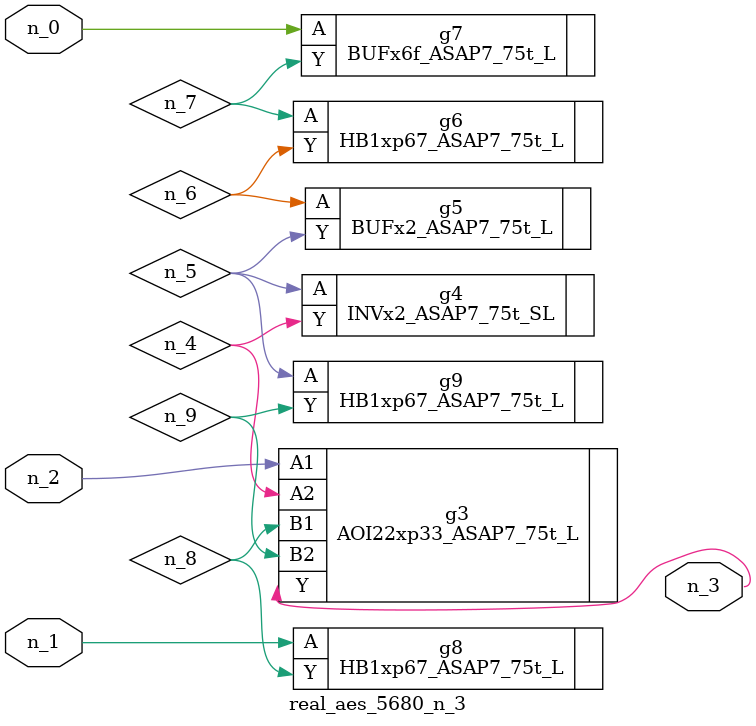
<source format=v>
module real_aes_5680_n_3 (n_0, n_2, n_1, n_3);
input n_0;
input n_2;
input n_1;
output n_3;
wire n_4;
wire n_5;
wire n_7;
wire n_8;
wire n_9;
wire n_6;
BUFx6f_ASAP7_75t_L g7 ( .A(n_0), .Y(n_7) );
HB1xp67_ASAP7_75t_L g8 ( .A(n_1), .Y(n_8) );
AOI22xp33_ASAP7_75t_L g3 ( .A1(n_2), .A2(n_4), .B1(n_8), .B2(n_9), .Y(n_3) );
INVx2_ASAP7_75t_SL g4 ( .A(n_5), .Y(n_4) );
HB1xp67_ASAP7_75t_L g9 ( .A(n_5), .Y(n_9) );
BUFx2_ASAP7_75t_L g5 ( .A(n_6), .Y(n_5) );
HB1xp67_ASAP7_75t_L g6 ( .A(n_7), .Y(n_6) );
endmodule
</source>
